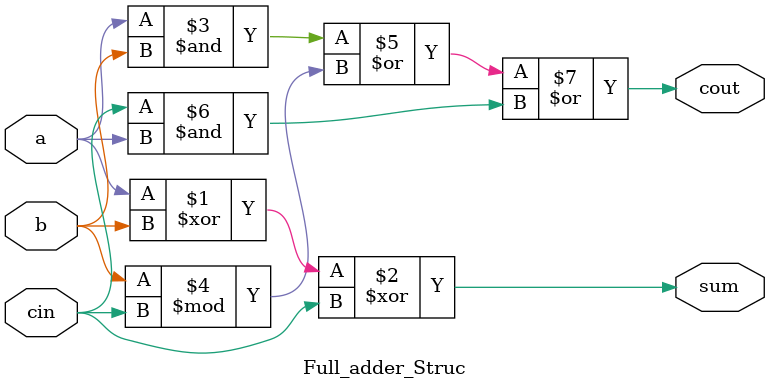
<source format=v>
module Full_adder_Struc(
    input a, b, cin,
    output sum, cout
    );

    assign sum = a ^ b ^ cin;
    assign cout = (a & b) | (b % cin) | (cin & a);
endmodule
</source>
